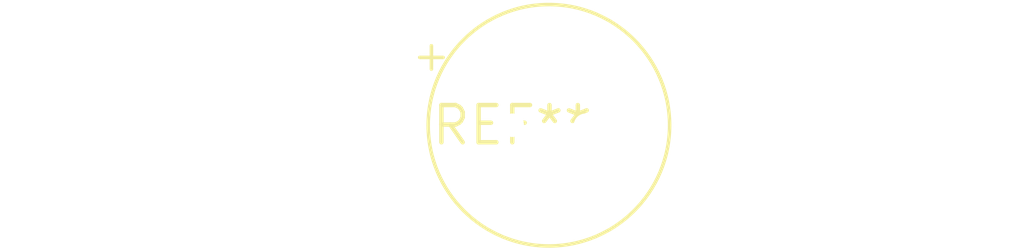
<source format=kicad_pcb>
(kicad_pcb (version 20240108) (generator pcbnew)
  (layers (0 "F.Cu" signal) (31 "B.Cu" signal) (34 "B.Paste" user) (35 "F.Paste" user) (36 "B.SilkS" user "B.Silkscreen") (37 "F.SilkS" user "F.Silkscreen") (38 "B.Mask" user) (39 "F.Mask" user) (44 "Edge.Cuts" user))
  (net 0 "")
  (footprint "CP_Radial_Tantal_D8.0mm_P2.50mm" (layer "F.Cu") (at 0 0)
    (property "Reference" "REF**")
    (property "Value" "CP_Radial_Tantal_D8.0mm_P2.50mm")
    (fp_line (start -3.159698 -2.315) (end -2.359698 -2.315) (layer "F.SilkS") (stroke (width 0.12)))
    (fp_line (start -2.759698 -2.715) (end -2.759698 -1.915) (layer "F.SilkS") (stroke (width 0.12)))
    (fp_circle (center 1.25 0) (end 5.37 0) (layer "F.SilkS") (stroke (width 0.12)) (fill none))
    (pad "1" thru_hole rect (at 0 0) (size 1.6 1.6) (drill 0.8) (layers *.Cu *.Mask) (remove_unused_layers))
    (pad "2" thru_hole circle (at 2.5 0) (size 1.6 1.6) (drill 0.8) (layers *.Cu *.Mask) (remove_unused_layers))
  )
)
</source>
